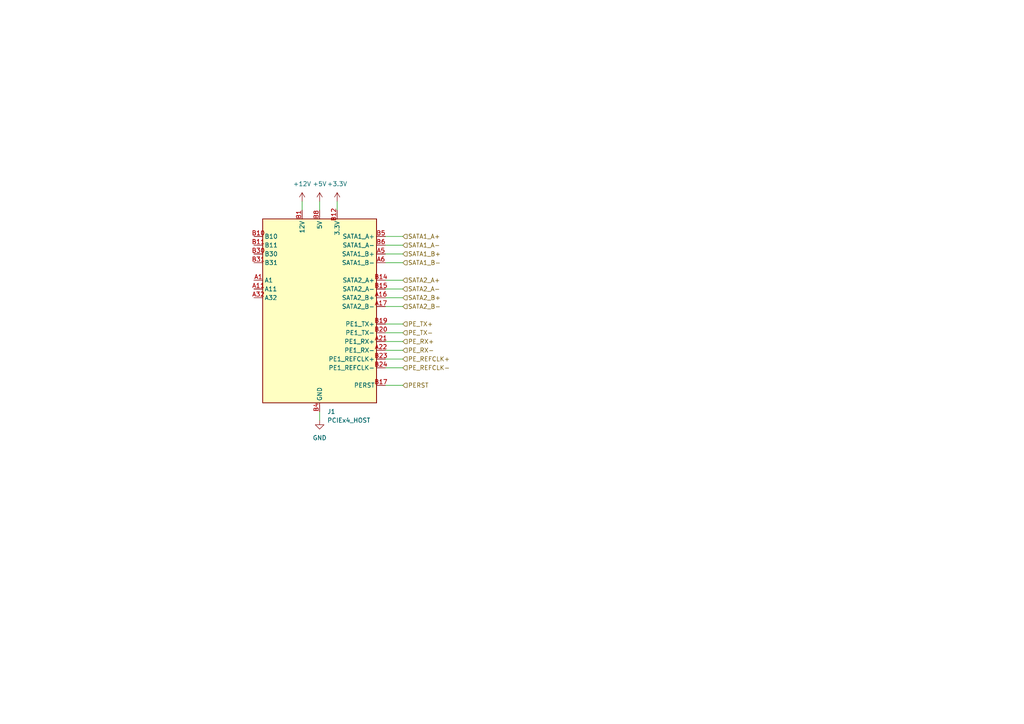
<source format=kicad_sch>
(kicad_sch (version 20230121) (generator eeschema)
  (paper "A4")
  (lib_symbols
    (symbol "Connector_Backplane:PCIEx4_HOST"
      (property "Reference" "J" (at -15.24 21.59 0))
      (property "Value" "PCIEx4_HOST" (at 6.35 0 0))
      (symbol "PCIEx4_HOST_0_1"
        (rectangle (start -16.51 17.78) (end 16.51 -35.56) (stroke (width 0.254)) (fill (type background)))
      )
      (symbol "PCIEx4_HOST_1_1"
        (pin input line (at -19.05 0 0) (length 2.54) (name "A1") (number "A1"))
        (pin input line (at 0 20.32 270) (length 2.54) hide (name "5V") (number "A10"))
        (pin input line (at -19.05 -2.54 0) (length 2.54) (name "A11") (number "A11"))
        (pin input line (at 0 -38.1 90) (length 2.54) hide (name "GND") (number "A12"))
        (pin input line (at 5.08 20.32 270) (length 2.54) hide (name "3.3V") (number "A13"))
        (pin input line (at 5.08 20.32 270) (length 2.54) hide (name "3.3V") (number "A14"))
        (pin input line (at 0 -38.1 90) (length 2.54) hide (name "GND") (number "A15"))
        (pin input line (at 19.05 -5.08 180) (length 2.54) (name "SATA2_B+") (number "A16"))
        (pin input line (at 19.05 -7.62 180) (length 2.54) (name "SATA2_B-") (number "A17"))
        (pin input line (at 0 -38.1 90) (length 2.54) hide (name "GND") (number "A18"))
        (pin input line (at -5.08 20.32 270) (length 2.54) hide (name "12V") (number "A2"))
        (pin input line (at 0 -38.1 90) (length 2.54) hide (name "GND") (number "A20"))
        (pin input line (at 19.05 -17.78 180) (length 2.54) (name "PE1_RX+") (number "A21"))
        (pin input line (at 19.05 -20.32 180) (length 2.54) (name "PE1_RX-") (number "A22"))
        (pin input line (at 0 -38.1 90) (length 2.54) hide (name "GND") (number "A23"))
        (pin input line (at 0 -38.1 90) (length 2.54) hide (name "GND") (number "A24"))
        (pin input line (at 0 -38.1 90) (length 2.54) hide (name "GND") (number "A27"))
        (pin input line (at 0 -38.1 90) (length 2.54) hide (name "GND") (number "A28"))
        (pin input line (at -5.08 20.32 270) (length 2.54) hide (name "12V") (number "A3"))
        (pin input line (at 0 -38.1 90) (length 2.54) hide (name "GND") (number "A31"))
        (pin input line (at -19.05 -5.08 0) (length 2.54) (name "A32") (number "A32"))
        (pin input line (at 0 -38.1 90) (length 2.54) hide (name "GND") (number "A4"))
        (pin input line (at 19.05 7.62 180) (length 2.54) (name "SATA1_B+") (number "A5"))
        (pin input line (at 19.05 5.08 180) (length 2.54) (name "SATA1_B-") (number "A6"))
        (pin input line (at 0 20.32 270) (length 2.54) hide (name "5V") (number "A8"))
        (pin input line (at 0 20.32 270) (length 2.54) hide (name "5V") (number "A9"))
        (pin input line (at -5.08 20.32 270) (length 2.54) (name "12V") (number "B1"))
        (pin input line (at -19.05 12.7 0) (length 2.54) (name "B10") (number "B10"))
        (pin input line (at -19.05 10.16 0) (length 2.54) (name "B11") (number "B11"))
        (pin input line (at 5.08 20.32 270) (length 2.54) (name "3.3V") (number "B12"))
        (pin input line (at 0 -38.1 90) (length 2.54) hide (name "GND") (number "B13"))
        (pin input line (at 19.05 0 180) (length 2.54) (name "SATA2_A+") (number "B14"))
        (pin input line (at 19.05 -2.54 180) (length 2.54) (name "SATA2_A-") (number "B15"))
        (pin input line (at 0 -38.1 90) (length 2.54) hide (name "GND") (number "B16"))
        (pin input line (at 19.05 -30.48 180) (length 2.54) (name "PERST") (number "B17"))
        (pin input line (at 0 -38.1 90) (length 2.54) hide (name "GND") (number "B18"))
        (pin input line (at 19.05 -12.7 180) (length 2.54) (name "PE1_TX+") (number "B19"))
        (pin input line (at -5.08 20.32 270) (length 2.54) hide (name "12V") (number "B2"))
        (pin input line (at 19.05 -15.24 180) (length 2.54) (name "PE1_TX-") (number "B20"))
        (pin input line (at 0 -38.1 90) (length 2.54) hide (name "GND") (number "B21"))
        (pin input line (at 0 -38.1 90) (length 2.54) hide (name "GND") (number "B22"))
        (pin input line (at 19.05 -22.86 180) (length 2.54) (name "PE1_REFCLK+") (number "B23"))
        (pin input line (at 19.05 -25.4 180) (length 2.54) (name "PE1_REFCLK-") (number "B24"))
        (pin input line (at 0 -38.1 90) (length 2.54) hide (name "GND") (number "B25"))
        (pin input line (at 0 -38.1 90) (length 2.54) hide (name "GND") (number "B26"))
        (pin input line (at 0 -38.1 90) (length 2.54) hide (name "GND") (number "B29"))
        (pin input line (at -5.08 20.32 270) (length 2.54) hide (name "12V") (number "B3"))
        (pin input line (at -19.05 7.62 0) (length 2.54) (name "B30") (number "B30"))
        (pin input line (at -19.05 5.08 0) (length 2.54) (name "B31") (number "B31"))
        (pin input line (at 0 -38.1 90) (length 2.54) hide (name "GND") (number "B32"))
        (pin input line (at 0 -38.1 90) (length 2.54) (name "GND") (number "B4"))
        (pin input line (at 19.05 12.7 180) (length 2.54) (name "SATA1_A+") (number "B5"))
        (pin input line (at 19.05 10.16 180) (length 2.54) (name "SATA1_A-") (number "B6"))
        (pin input line (at 0 -38.1 90) (length 2.54) hide (name "GND") (number "B7"))
        (pin input line (at 0 20.32 270) (length 2.54) (name "5V") (number "B8"))
        (pin input line (at 0 20.32 270) (length 2.54) hide (name "5V") (number "B9"))
      )
    )
    (symbol "power:+12V" (power) (pin_names (offset 0))
      (property "Value" "+12V" (at 0 3.556 0))
      (symbol "+12V_0_1"
        (polyline (pts (xy -0.762 1.27) (xy 0 2.54)))
        (polyline (pts (xy 0 0) (xy 0 2.54)))
        (polyline (pts (xy 0 2.54) (xy 0.762 1.27)))
      )
      (symbol "+12V_1_1"
        (pin power_in line (at 0 0 90) (length 0) hide (name "+12V") (number "1"))
      )
    )
    (symbol "power:+3.3V" (power) (pin_names (offset 0))
      (property "Value" "+3.3V" (at 0 3.556 0))
      (symbol "+3.3V_0_1"
        (polyline (pts (xy -0.762 1.27) (xy 0 2.54)))
        (polyline (pts (xy 0 0) (xy 0 2.54)))
        (polyline (pts (xy 0 2.54) (xy 0.762 1.27)))
      )
      (symbol "+3.3V_1_1"
        (pin power_in line (at 0 0 90) (length 0) hide (name "+3.3V") (number "1"))
      )
    )
    (symbol "power:+5V" (power) (pin_names (offset 0))
      (property "Value" "+5V" (at 0 3.556 0))
      (symbol "+5V_0_1"
        (polyline (pts (xy -0.762 1.27) (xy 0 2.54)))
        (polyline (pts (xy 0 0) (xy 0 2.54)))
        (polyline (pts (xy 0 2.54) (xy 0.762 1.27)))
      )
      (symbol "+5V_1_1"
        (pin power_in line (at 0 0 90) (length 0) hide (name "+5V") (number "1"))
      )
    )
    (symbol "power:GND" (power) (pin_names (offset 0))
      (property "Value" "GND" (at 0 -3.81 0))
      (symbol "GND_0_1"
        (polyline (pts (xy 0 0) (xy 0 -1.27) (xy 1.27 -1.27) (xy 0 -2.54) (xy -1.27 -1.27) (xy 0 -1.27)))
      )
      (symbol "GND_1_1"
        (pin power_in line (at 0 0 270) (length 0) hide (name "GND") (number "1"))
      )
    )
  )
  (wire (pts (xy 111.76 68.58) (xy 116.84 68.58)))
  (wire (pts (xy 111.76 83.82) (xy 116.84 83.82)))
  (wire (pts (xy 87.63 58.42) (xy 87.63 60.96)))
  (wire (pts (xy 111.76 96.52) (xy 116.84 96.52)))
  (wire (pts (xy 111.76 86.36) (xy 116.84 86.36)))
  (wire (pts (xy 111.76 88.9) (xy 116.84 88.9)))
  (wire (pts (xy 92.71 58.42) (xy 92.71 60.96)))
  (wire (pts (xy 111.76 104.14) (xy 116.84 104.14)))
  (wire (pts (xy 111.76 73.66) (xy 116.84 73.66)))
  (wire (pts (xy 111.76 71.12) (xy 116.84 71.12)))
  (wire (pts (xy 92.71 119.38) (xy 92.71 121.92)))
  (wire (pts (xy 111.76 81.28) (xy 116.84 81.28)))
  (wire (pts (xy 111.76 76.2) (xy 116.84 76.2)))
  (wire (pts (xy 111.76 111.76) (xy 116.84 111.76)))
  (wire (pts (xy 111.76 99.06) (xy 116.84 99.06)))
  (wire (pts (xy 97.79 58.42) (xy 97.79 60.96)))
  (wire (pts (xy 111.76 101.6) (xy 116.84 101.6)))
  (wire (pts (xy 111.76 106.68) (xy 116.84 106.68)))
  (wire (pts (xy 111.76 93.98) (xy 116.84 93.98)))
  (hierarchical_label "PE_TX+" (shape input) (at 116.84 93.98 0))
  (hierarchical_label "SATA1_B+" (shape input) (at 116.84 73.66 0))
  (hierarchical_label "PE_REFCLK-" (shape input) (at 116.84 106.68 0))
  (hierarchical_label "SATA1_B-" (shape input) (at 116.84 76.2 0))
  (hierarchical_label "PE_TX-" (shape input) (at 116.84 96.52 0))
  (hierarchical_label "PERST" (shape input) (at 116.84 111.76 0))
  (hierarchical_label "PE_RX+" (shape input) (at 116.84 99.06 0))
  (hierarchical_label "PE_RX-" (shape input) (at 116.84 101.6 0))
  (hierarchical_label "SATA2_A+" (shape input) (at 116.84 81.28 0))
  (hierarchical_label "SATA2_A-" (shape input) (at 116.84 83.82 0))
  (hierarchical_label "SATA1_A+" (shape input) (at 116.84 68.58 0))
  (hierarchical_label "SATA2_B-" (shape input) (at 116.84 88.9 0))
  (hierarchical_label "PE_REFCLK+" (shape input) (at 116.84 104.14 0))
  (hierarchical_label "SATA1_A-" (shape input) (at 116.84 71.12 0))
  (hierarchical_label "SATA2_B+" (shape input) (at 116.84 86.36 0))
  (symbol (lib_id "power:+3.3V") (at 97.79 58.42 0) (unit 1)
    (property "Reference" "#PWR06" (effects hide))
    (property "Value" "+3.3V" (at 97.79 53.34 0))
  )
  (symbol (lib_id "power:+12V") (at 87.63 58.42 0) (unit 1)
    (property "Reference" "#PWR01" (effects hide))
    (property "Value" "+12V" (at 87.63 53.34 0))
  )
  (symbol (lib_id "Connector_Backplane:PCIEx4_HOST") (at 92.71 81.28 0) (unit 1)
    (property "Reference" "J1" (at 94.9041 119.38 0) (effects (justify left)))
    (property "Value" "PCIEx4_HOST" (at 94.9041 121.92 0) (effects (justify left)))
    (property "Footprint" "Connector_Backplane:PCIEx4_HOST" (effects hide))
  )
  (symbol (lib_id "power:+5V") (at 92.71 58.42 0) (unit 1)
    (property "Reference" "#PWR02" (effects hide))
    (property "Value" "+5V" (at 92.71 53.34 0))
  )
  (symbol (lib_id "power:GND") (at 92.71 121.92 0) (unit 1)
    (property "Reference" "#PWR03" (effects hide))
    (property "Value" "GND" (at 92.71 127 0))
  )
)
</source>
